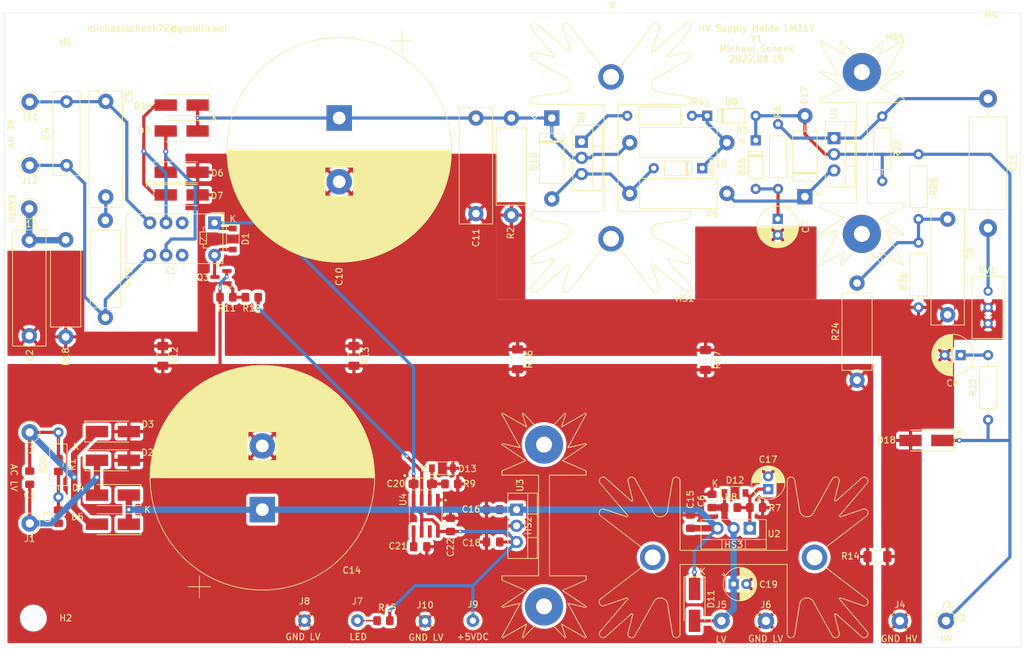
<source format=kicad_pcb>
(kicad_pcb (version 20211014) (generator pcbnew)
  (layers (0 "F.Cu" signal) (31 "B.Cu" signal) (34 "B.Paste" user) (35 "F.Paste" user) (36 "B.SilkS" user "B.Silkscreen") (37 "F.SilkS" user "F.Silkscreen") (38 "B.Mask" user) (39 "F.Mask" user) (44 "Edge.Cuts" user))
  (net 0 "")
  (net 1 "Net-(C1-Pad2)")
  (net 2 "GND_HV")
  (net 3 "Net-(C2-Pad1)")
  (net 4 "Net-(C3-Pad2)")
  (net 5 "Net-(C7-Pad1)")
  (net 6 "Net-(C10-Pad1)")
  (net 7 "GND_LV")
  (net 8 "Net-(C4-Pad1)")
  (net 9 "Net-(C14-Pad1)")
  (net 10 "Net-(C17-Pad1)")
  (net 11 "Net-(C19-Pad1)")
  (net 12 "Net-(C20-Pad2)")
  (net 13 "Net-(D14-Pad2)")
  (net 14 "Net-(Q3-Pad1)")
  (net 15 "Net-(R10-Pad2)")
  (net 16 "Net-(J7-Pad1)")
  (net 17 "Net-(C21-Pad1)")
  (net 19 "Net-(C1-Pad1)")
  (net 20 "Net-(C4-Pad2)")
  (net 21 "Net-(C5-Pad1)")
  (net 22 "+5VDC")
  (net 23 "RELCTRL")
  (net 24 "Net-(D6-Pad1)")
  (net 26 "Net-(C8-Pad1)")
  (net 27 "Net-(C9-Pad2)")
  (net 28 "Net-(D16-Pad1)")
  (net 29 "Net-(D15-Pad1)")
  (net 30 "Net-(D10-Pad2)")
  (net 31 "Net-(D17-Pad1)")
  (net 33 "Net-(Q1-Pad1)")
  (net 34 "Net-(R21-Pad1)")
  (net 35 "Net-(R21-Pad2)")
  (footprint "Capacitor_THT:CP_Radial_D35.0mm_P10.00mm_SnapIn" (layer "F.Cu") (at 102.87 69.342 -90)
    (fp_text reference "C10")
    (fp_text value "680uF/450VDC")
  )
  (footprint "Capacitor_THT:C_Rect_L18.0mm_W5.0mm_P15.00mm_FKS3_FKP3" (layer "F.Cu") (at 124.333 69.342 -90)
    (fp_text reference "C11")
    (fp_text value "100nF/630V")
  )
  (footprint "MountingHole:MountingHole_3.2mm_M3" (layer "F.Cu") (at 54.864 57.404)
    (fp_text reference "H1")
    (fp_text value "MountingHole")
  )
  (footprint "MountingHole:MountingHole_3.2mm_M3" (layer "F.Cu") (at 54.864 147.828)
    (fp_text reference "H2")
    (fp_text value "MountingHole")
  )
  (footprint "MountingHole:MountingHole_3.2mm_M3" (layer "F.Cu") (at 205.232 147.828)
    (fp_text reference "H3")
    (fp_text value "MountingHole")
  )
  (footprint "Connector_Pin:Pin_D1.3mm_L11.0mm" (layer "F.Cu") (at 198.12 148.2725)
    (fp_text reference "J3")
    (fp_text value "HV")
  )
  (footprint "Capacitor_THT:CP_Radial_D5.0mm_P2.00mm" (layer "F.Cu") (at 164.7825 142.494)
    (fp_text reference "C19")
    (fp_text value "1uF/25V")
  )
  (footprint "Capacitor_Tantalum_SMD:CP_EIA-3216-12_Kemet-S_Pad1.58x1.35mm_HandSolder" (layer "F.Cu") (at 115.9867 126.7714)
    (fp_text reference "C20")
    (fp_text value "15uF/10V")
  )
  (footprint "Diode_SMD:D_SOD-123" (layer "F.Cu") (at 119.0752 124.3076)
    (fp_text reference "D13")
    (fp_text value "1N4148W")
  )
  (footprint "Heatsink:Heatsink_Fischer_SK129-STS_42x25mm_2xDrill2.5mm" (layer "F.Cu") (at 164.7825 138.303)
    (fp_text reference "HS3")
    (fp_text value "Heatsink")
  )
  (footprint "Connector_Pin:Pin_D1.3mm_L11.0mm" (layer "F.Cu") (at 162.8775 148.2725)
    (fp_text reference "J5")
    (fp_text value "LV")
  )
  (footprint "Connector_Pin:Pin_D1.3mm_L11.0mm" (layer "F.Cu") (at 169.8498 148.2725)
    (fp_text reference "J6")
    (fp_text value "GND_LV")
  )
  (footprint "Package_TO_SOT_SMD:SOT-23" (layer "F.Cu") (at 84.312 94.2975 180)
    (fp_text reference "Q3")
    (fp_text value "MMBT3904")
  )
  (footprint "Resistor_SMD:R_0805_2012Metric_Pad1.20x1.40mm_HandSolder" (layer "F.Cu") (at 120.4816 126.7714)
    (fp_text reference "R9")
    (fp_text value "1Meg")
  )
  (footprint "Resistor_SMD:R_0805_2012Metric_Pad1.20x1.40mm_HandSolder" (layer "F.Cu") (at 89.154 97.4725)
    (fp_text reference "R10")
    (fp_text value "2.49k")
  )
  (footprint "Resistor_SMD:R_0805_2012Metric_Pad1.20x1.40mm_HandSolder" (layer "F.Cu") (at 85.1695 97.4725 180)
    (fp_text reference "R11")
    (fp_text value "2.49k")
  )
  (footprint "Resistor_SMD:R_1206_3216Metric_Pad1.30x1.75mm_HandSolder" (layer "F.Cu") (at 75.184 106.68 -90)
    (fp_text reference "R12")
    (fp_text value "0R")
  )
  (footprint "Resistor_SMD:R_1206_3216Metric_Pad1.30x1.75mm_HandSolder" (layer "F.Cu") (at 105.1814 106.6794 -90)
    (fp_text reference "R13")
    (fp_text value "0R")
  )
  (footprint "Resistor_SMD:R_1206_3216Metric_Pad1.30x1.75mm_HandSolder" (layer "F.Cu") (at 187.351 138.176 180)
    (fp_text reference "R14")
    (fp_text value "0R")
  )
  (footprint "Package_TO_SOT_THT:TO-220-3_Vertical" (layer "F.Cu") (at 130.7084 130.81 -90)
    (fp_text reference "U3")
    (fp_text value "LM7805_TO220")
  )
  (footprint "Package_SO:SOIC-8_3.9x4.9mm_P1.27mm" (layer "F.Cu") (at 116.459 131.764 -90)
    (fp_text reference "U4")
    (fp_text value "TLC555xD")
  )
  (footprint "Resistor_SMD:R_1206_3216Metric_Pad1.30x1.75mm_HandSolder" (layer "F.Cu") (at 130.8735 107.214 -90)
    (fp_text reference "R16")
    (fp_text value "0R")
  )
  (footprint "Resistor_SMD:R_1206_3216Metric_Pad1.30x1.75mm_HandSolder" (layer "F.Cu") (at 160.3756 107.3156 -90)
    (fp_text reference "R17")
    (fp_text value "0R")
  )
  (footprint "Connector_Pin:Pin_D1.3mm_L11.0mm" (layer "F.Cu") (at 190.881 148.2725)
    (fp_text reference "J4")
    (fp_text value "GND_HV")
  )
  (footprint "Connector_Pin:Pin_D1.0mm_L10.0mm" (layer "F.Cu") (at 105.7402 148.2344)
    (fp_text reference "J7")
    (fp_text value "LED")
  )
  (footprint "Connector_Pin:Pin_D1.0mm_L10.0mm" (layer "F.Cu") (at 97.4344 148.2344)
    (fp_text reference "J8")
    (fp_text value "GND_LV")
  )
  (footprint "Connector_Pin:Pin_D1.0mm_L10.0mm" (layer "F.Cu") (at 123.8504 148.2344)
    (fp_text reference "J9")
    (fp_text value "+5V")
  )
  (footprint "Connector_Pin:Pin_D1.0mm_L10.0mm" (layer "F.Cu") (at 116.3574 148.336)
    (fp_text reference "J10")
    (fp_text value "GND_LV")
  )
  (footprint "Resistor_SMD:R_0805_2012Metric_Pad1.20x1.40mm_HandSolder" (layer "F.Cu") (at 109.8202 148.2344)
    (fp_text reference "R15")
    (fp_text value "330R")
  )
  (footprint "Capacitor_SMD:C_0805_2012Metric_Pad1.18x1.45mm_HandSolder" (layer "F.Cu") (at 127.0293 130.81 180)
    (fp_text reference "C16")
    (fp_text value "330nF/50V")
  )
  (footprint "Capacitor_SMD:C_0805_2012Metric_Pad1.18x1.45mm_HandSolder" (layer "F.Cu") (at 127.0293 135.89 180)
    (fp_text reference "C18")
    (fp_text value "100nF/50V")
  )
  (footprint "Capacitor_SMD:C_0805_2012Metric_Pad1.18x1.45mm_HandSolder" (layer "F.Cu") (at 115.5915 136.6266)
    (fp_text reference "C21")
    (fp_text value "100nF/50V")
  )
  (footprint "Capacitor_SMD:C_0805_2012Metric_Pad1.18x1.45mm_HandSolder" (layer "F.Cu") (at 120.3452 133.2015 90)
    (fp_text reference "C22")
    (fp_text value "100nF/50V")
  )
  (footprint "MountingHole:MountingHole_3.2mm_M3" (layer "F.Cu") (at 205.232 57.404)
    (fp_text reference "H4")
    (fp_text value "MountingHole")
  )
  (footprint "Capacitor_THT:CP_Radial_D5.0mm_P2.00mm" (layer "F.Cu") (at 170.2054 127.5842 90)
    (fp_text reference "C17")
    (fp_text value "10uF/25V")
  )
  (footprint "Diode_SMD:D_SOD-123" (layer "F.Cu") (at 164.9974 128.1938)
    (fp_text reference "D12")
    (fp_text value "1N4148W")
  )
  (footprint "Diode_SMD:D_SMA_Handsoldering" (layer "F.Cu") (at 158.6484 145.7598 -90)
    (fp_text reference "D11")
    (fp_text value "1N4007")
  )
  (footprint "Package_TO_SOT_THT:TO-220-3_Vertical" (layer "F.Cu") (at 167.3225 133.731 180)
    (fp_text reference "U2")
    (fp_text value "LM317_TO-220")
  )
  (footprint "Resistor_SMD:R_0805_2012Metric_Pad1.20x1.40mm_HandSolder" (layer "F.Cu") (at 164.354 130.4798)
    (fp_text reference "R8")
    (fp_text value "240R")
  )
  (footprint "Resistor_SMD:R_0805_2012Metric_Pad1.20x1.40mm_HandSolder" (layer "F.Cu") (at 168.3352 130.4798)
    (fp_text reference "R7")
    (fp_text value "976R")
  )
  (footprint "Capacitor_SMD:C_0805_2012Metric_Pad1.18x1.45mm_HandSolder" (layer "F.Cu") (at 158.0134 132.6935 90)
    (fp_text reference "C15")
    (fp_text value "100nF/50V")
  )
  (footprint "Package_TO_SOT_THT:TO-220-3_Vertical" (layer "F.Cu") (at 140.9192 73.0504 -90)
    (fp_text reference "Q1")
    (fp_text value "FQPF2N70")
  )
  (footprint "Capacitor_THT:CP_Radial_D35.0mm_P10.00mm_SnapIn" (layer "F.Cu") (at 90.805 130.81 90)
    (fp_text reference "C14")
    (fp_text value "22000uF/25VDC")
  )
  (footprint "Capacitor_SMD:C_0805_2012Metric_Pad1.18x1.45mm_HandSolder" (layer "F.Cu") (at 54.2925 125.7935 90)
    (fp_text reference "C1")
    (fp_text value "Cx/10nF/50V")
  )
  (footprint "Capacitor_THT:C_Rect_L18.0mm_W5.0mm_P15.00mm_FKS3_FKP3" (layer "F.Cu") (at 54.229 88.519 -90)
    (fp_text reference "C2")
    (fp_text value "2.2nF 2kV")
  )
  (footprint "Capacitor_SMD:C_0805_2012Metric_Pad1.18x1.45mm_HandSolder" (layer "F.Cu") (at 58.801 131.911 90)
    (fp_text reference "C3")
    (fp_text value "Cs/50V")
  )
  (footprint "Capacitor_THT:C_Rect_L13.0mm_W4.0mm_P10.00mm_FKS3_FKP3_MKS4" (layer "F.Cu") (at 60.071 76.7715 90)
    (fp_text reference "C4")
    (fp_text value "Cx/10nF/630V")
  )
  (footprint "Capacitor_THT:C_Rect_L18.0mm_W5.0mm_P15.00mm_FKS3_FKP3" (layer "F.Cu") (at 66.2305 81.7245 90)
    (fp_text reference "C5")
    (fp_text value "Cs/630V")
  )
  (footprint "Capacitor_SMD:C_0805_2012Metric_Pad1.18x1.45mm_HandSolder" (layer "F.Cu") (at 161.3916 129.4423 90)
    (fp_text reference "C6")
    (fp_text value "100nF/50V")
  )
  (footprint "Diode_SMD:D_SOD-123" (layer "F.Cu") (at 86.1695 88.3275 -90)
    (fp_text reference "D1")
    (fp_text value "1N4148W")
  )
  (footprint "Diode_SMD:D_SMA_Handsoldering" (layer "F.Cu") (at 67.35 123.063)
    (fp_text reference "D2")
    (fp_text value "BYG22B-E3")
  )
  (footprint "Diode_SMD:D_SMA_Handsoldering" (layer "F.Cu") (at 67.35 118.5545)
    (fp_text reference "D3")
    (fp_text value "BYG22B-E3")
  )
  (footprint "Diode_SMD:D_SMA_Handsoldering" (layer "F.Cu") (at 67.35 128.524 180)
    (fp_text reference "D4")
    (fp_text value "BYG22B-E3")
  )
  (footprint "Diode_SMD:D_SMA_Handsoldering" (layer "F.Cu") (at 67.35 133.096 180)
    (fp_text reference "D5")
    (fp_text value "BYG22B-E3")
  )
  (footprint "Diode_SMD:D_SMA_Handsoldering" (layer "F.Cu") (at 78.145 77.851)
    (fp_text reference "D6")
    (fp_text value "BYG20J")
  )
  (footprint "Diode_SMD:D_SMA_Handsoldering" (layer "F.Cu") (at 78.145 81.407)
    (fp_text reference "D7")
    (fp_text value "BYG20J")
  )
  (footprint "Diode_SMD:D_SMA_Handsoldering" (layer "F.Cu") (at 78.145 71.374 180)
    (fp_text reference "D8")
    (fp_text value "BYG20J")
  )
  (footprint "Diode_SMD:D_SMA_Handsoldering" (layer "F.Cu") (at 78.145 67.31 180)
    (fp_text reference "D14")
    (fp_text value "BYG20J")
  )
  (footprint "Heatsink:Heatsink_Fischer_SK129-STS_42x25mm_2xDrill2.5mm" (layer "F.Cu") (at 145.542 75.5904 -90)
    (fp_text reference "HS1")
    (fp_text value "Heatsink")
  )
  (footprint "Connector_Pin:Pin_D1.3mm_L11.0mm" (layer "F.Cu") (at 54.2925 132.969)
    (fp_text reference "J1")
    (fp_text value "AC-LV")
  )
  (footprint "Connector_Pin:Pin_D1.3mm_L11.0mm" (layer "F.Cu") (at 54.2925 118.6815)
    (fp_text reference "J2")
    (fp_text value "AC-LV")
  )
  (footprint "Connector_Pin:Pin_D1.3mm_L11.0mm" (layer "F.Cu") (at 54.2925 66.802)
    (fp_text reference "J11")
    (fp_text value "AC-HV")
  )
  (footprint "Connector_Pin:Pin_D1.3mm_L11.0mm" (layer "F.Cu") (at 54.2925 76.7715)
    (fp_text reference "J12")
    (fp_text value "AC-HV")
  )
  (footprint "Connector_Pin:Pin_D1.3mm_L11.0mm" (layer "F.Cu") (at 54.229 83.566)
    (fp_text reference "J13")
    (fp_text value "EARTH")
  )
  (footprint "Relay_THT:Relay_DPDT_Omron_G6S-2" (layer "F.Cu") (at 83.312 85.7885 -90)
    (fp_text reference "K1")
    (fp_text value "G6S-2 DC5")
  )
  (footprint "Resistor_SMD:R_0805_2012Metric_Pad1.20x1.40mm_HandSolder" (layer "F.Cu") (at 58.801 123.809 90)
    (fp_text reference "R1")
    (fp_text value "Rs/1/8W")
  )
  (footprint "Resistor_THT:R_Axial_DIN0414_L11.9mm_D4.5mm_P15.24mm_Horizontal" (layer "F.Cu") (at 59.944 88.4555 -90)
    (fp_text reference "R18")
    (fp_text value "100R/2W")
  )
  (footprint "Resistor_THT:R_Axial_DIN0414_L11.9mm_D4.5mm_P15.24mm_Horizontal" (layer "F.Cu") (at 66.167 85.4075 -90)
    (fp_text reference "R19")
    (fp_text value "Rs/2W")
  )
  (footprint "Resistor_THT:R_Axial_DIN0207_L6.3mm_D2.5mm_P10.16mm_Horizontal" (layer "F.Cu") (at 58.801 128.8415 90)
    (fp_text reference "R20")
    (fp_text value "Rs/0.6W")
  )
  (footprint "Resistor_THT:R_Axial_DIN0614_L14.3mm_D5.7mm_P20.32mm_Horizontal" (layer "F.Cu") (at 204.724 66.294 -90)
    (fp_text reference "R21")
    (fp_text value "18k/3W")
  )
  (footprint "Resistor_THT:R_Axial_DIN0207_L6.3mm_D2.5mm_P10.16mm_Horizontal" (layer "F.Cu") (at 188.1124 69.088 -90)
    (fp_text reference "R22")
    (fp_text value "121R/0.6W")
  )
  (footprint "Package_TO_SOT_THT:TO-220-3_Vertical" (layer "F.Cu") (at 180.5432 72.4916 -90)
    (fp_text reference "U1")
    (fp_text value "LM317_TO-220")
  )
  (footprint "Heatsink:Heatsink_Fischer_SK104-STC-STIC_35x13mm_2xDrill2.5mm" (layer "F.Cu") (at 135.0264 133.2992 90)
    (fp_text reference "HS2")
    (fp_text value "Heatsink")
  )
  (footprint "Diode_SMD:D_SMA_Handsoldering" (layer "F.Cu") (at 195.0485 119.9515 180)
    (fp_text reference "D18")
    (fp_text value "1N4007")
  )
  (footprint "Resistor_THT:R_Axial_DIN0414_L11.9mm_D4.5mm_P15.24mm_Horizontal" (layer "F.Cu") (at 129.8956 69.342 -90)
    (fp_text reference "R2")
    (fp_text value "200k/2W")
  )
  (footprint "Capacitor_THT:C_Rect_L18.0mm_W5.0mm_P15.00mm_FKS3_FKP3" (layer "F.Cu") (at 198.374 100.217 90)
    (fp_text reference "C9")
    (fp_text value "100nF/630V")
  )
  (footprint "Diode_THT:D_DO-35_SOD27_P7.62mm_Horizontal" (layer "F.Cu") (at 168.2496 72.8472 -90)
    (fp_text reference "D16")
    (fp_text value "1N4148")
  )
  (footprint "Resistor_THT:R_Axial_DIN0414_L11.9mm_D4.5mm_P15.24mm_Horizontal" (layer "F.Cu") (at 148.4884 73.2028)
    (fp_text reference "R3")
    (fp_text value "100k/2W")
  )
  (footprint "Resistor_THT:R_Axial_DIN0414_L11.9mm_D4.5mm_P15.24mm_Horizontal" (layer "F.Cu") (at 148.4884 81.1784)
    (fp_text reference "R5")
    (fp_text value "100R/2W")
  )
  (footprint "Potentiometer_THT:Potentiometer_Bourns_3296W_Vertical" (layer "F.Cu") (at 204.724 96.52 90)
    (fp_text reference "RV1")
    (fp_text value "2k")
  )
  (footprint "Resistor_THT:R_Axial_DIN0207_L6.3mm_D2.5mm_P10.16mm_Horizontal" (layer "F.Cu") (at 148.082 68.9864)
    (fp_text reference "R4")
    (fp_text value "1k/0.6W")
  )
  (footprint "Capacitor_THT:CP_Radial_D6.3mm_P2.50mm" (layer "F.Cu") (at 200.406 106.553 180)
    (fp_text reference "C8")
    (fp_text value "1uF/400V")
  )
  (footprint "Diode_THT:D_DO-35_SOD27_P7.62mm_Horizontal" (layer "F.Cu") (at 159.8676 77.216 180)
    (fp_text reference "D15")
    (fp_text value "1N5245B/0.5W")
  )
  (footprint "Diode_THT:D_DO-15_P12.70mm_Horizontal" (layer "F.Cu") (at 175.9712 81.6864 90)
    (fp_text reference "D17")
    (fp_text value "P6KE39A")
  )
  (footprint "Diode_THT:D_DO-35_SOD27_P7.62mm_Horizontal" (layer "F.Cu") (at 160.6296 68.9864)
    (fp_text reference "D9")
    (fp_text value "1N5245B/0.5W")
  )
  (footprint "Resistor_THT:R_Axial_DIN0207_L6.3mm_D2.5mm_P10.16mm_Horizontal" (layer "F.Cu") (at 204.724 116.713 90)
    (fp_text reference "R23")
    (fp_text value "2.7R/1W")
  )
  (footprint "Resistor_THT:R_Axial_DIN0207_L6.3mm_D2.5mm_P10.16mm_Horizontal" (layer "F.Cu") (at 193.802 88.9 -90)
    (fp_text reference "R26")
    (fp_text value "100k/0.6W")
  )
  (footprint "Diode_THT:D_DO-15_P12.70mm_Horizontal" (layer "F.Cu") (at 136.2456 69.342 -90)
    (fp_text reference "D10")
    (fp_text value "P6KE530A")
  )
  (footprint "Resistor_THT:R_Axial_DIN0207_L6.3mm_D2.5mm_P10.16mm_Horizontal" (layer "F.Cu") (at 171.7548 80.4672 90)
    (fp_text reference "R6")
    (fp_text value "121R/0.6W")
  )
  (footprint "Capacitor_THT:CP_Radial_D6.3mm_P2.50mm" (layer "F.Cu") (at 171.704 85.177621 -90)
    (fp_text reference "C7")
    (fp_text value "1uF/400V")
  )
  (footprint "Resistor_THT:R_Axial_DIN0414_L11.9mm_D4.5mm_P15.24mm_Horizontal" (layer "F.Cu") (at 184.15 110.49 90)
    (fp_text reference "R24")
    (fp_text value "100R/2W")
  )
  (footprint "Heatsink:Heatsink_Fischer_SK104-STC-STIC_35x13mm_2xDrill2.5mm" (layer "F.Cu") (at 184.912 74.8284 -90)
    (fp_text reference "HS4")
    (fp_text value "Heatsink")
  )
  (footprint "Resistor_THT:R_Axial_DIN0207_L6.3mm_D2.5mm_P10.16mm_Horizontal" (layer "F.Cu") (at 193.802 75.0316 -90)
    (fp_text reference "R25")
    (fp_text value "300k/0.6W")
  )
  (gr_line (start 50.292 52.832) (end 50.292 152.4) (layer "Edge.Cuts") (width 0.05))
  (gr_line (start 209.804 52.832) (end 50.292 52.832) (layer "Edge.Cuts") (width 0.05))
  (gr_line (start 50.292 152.4) (end 209.804 152.4) (layer "Edge.Cuts") (width 0.05))
  (gr_line (start 209.804 152.4) (end 209.804 52.832) (layer "Edge.Cuts") (width 0.05))
  (gr_text "HV" (at 198.12 151.0665) (layer "F.SilkS") (effects (font (size 1 1))))
  (gr_text "LV" (at 162.814 151.1935) (layer "F.SilkS") (effects (font (size 1 1))))
  (gr_text "GND LV" (at 116.4844 150.876) (layer "F.SilkS") (effects (font (size 1 1))))
  (gr_text "GND LV" (at 97.1804 150.7744) (layer "F.SilkS") (effects (font (size 1 1))))
  (gr_text "+5VDC" (at 123.8504 150.7744) (layer "F.SilkS") (effects (font (size 1 1))))
  (gr_text "LED" (at 105.8672 150.7744) (layer "F.SilkS") (effects (font (size 1 1))))
  (gr_text "AC LV" (at 51.816 125.7935 270) (layer "F.SilkS") (effects (font (size 1 1))))
  (gr_text "AC HV" (at 51.308 71.8185 270) (layer "F.SilkS") (effects (font (size 1 1))))
  (gr_text "EARTH" (at 51.435 83.566 -90) (layer "F.SilkS") (effects (font (size 1 1))))
  (gr_text "GND HV" (at 190.754 151.0665) (layer "F.SilkS") (effects (font (size 1 1))))
  (gr_text "K" (at 72.898 79.629) (layer "F.SilkS") (effects (font (size 1 1))))
  (gr_text "K" (at 61.595 120.904) (layer "F.SilkS") (effects (font (size 1 1))))
  (gr_text "K" (at 72.771 130.81) (layer "F.SilkS") (effects (font (size 1 1))))
  (gr_text "K" (at 116.1415 124.333) (layer "F.SilkS") (effects (font (size 1 1))))
  (gr_text "K" (at 159.893 140.5255) (layer "F.SilkS") (effects (font (size 1 1))))
  (gr_text "K" (at 161.8615 126.6825) (layer "F.SilkS") (effects (font (size 1 1))))
  (gr_text "K" (at 200.279 118.6815) (layer "F.SilkS") (effects (font (size 1 1))))
  (gr_text "GND LV" (at 169.799 151.0665) (layer "F.SilkS") (effects (font (size 1 1))))
  (gr_text "K" (at 145.796 51.6636) (layer "F.SilkS") (effects (font (size 1 1))))
  (gr_text "K" (at 86.1695 85.1535) (layer "F.SilkS") (effects (font (size 1 1))))
  (gr_text "°" (at 113.157 125.857) (layer "F.SilkS") (effects (font (size 1 1))))
  (gr_text "K" (at 83.3755 69.342) (layer "F.SilkS") (effects (font (size 1 1))))
  (gr_text "°" (at 119.5705 129.7305) (layer "F.SilkS") (effects (font (size 1 1))))
  (gr_text "HV Supply Maida LM317\nV1\nMichael Schenk\n2022.08.19\n" (at 168.402 57.658) (layer "F.SilkS") (effects (font (size 1 1))))
  (gr_text "michaelschenk72@gmail.com" (at 74.295 55.245) (layer "F.SilkS") (effects (font (size 1 1))))
  (segment (start 61.2775 125.73) (end 61.2775 122.127) (width 1) (layer "F.Cu") (net 1))
  (segment (start 58.801 118.6815) (end 54.2925 118.6815) (width 0.5) (layer "F.Cu") (net 1))
  (segment (start 61.2775 130.4925) (end 61.2775 125.73) (width 1) (layer "F.Cu") (net 1))
  (segment (start 64.85 133.096) (end 63.881 133.096) (width 1) (layer "F.Cu") (net 1))
  (segment (start 63.881 133.096) (end 61.2775 130.4925) (width 1) (layer "F.Cu") (net 1))
  (segment (start 61.2775 122.127) (end 64.85 118.5545) (width 1) (layer "F.Cu") (net 1))
  (segment (start 54.2925 124.756) (end 54.2925 118.6815) (width 0.5) (layer "F.Cu") (net 1))
  (segment (start 58.801 122.809) (end 58.801 118.6815) (width 0.5) (layer "F.Cu") (net 1))
  (via (at 61.2775 125.73) (size 1) (drill 0.5) (layers "F.Cu" "B.Cu") (net 1))
  (segment (start 54.2925 118.6815) (end 54.2925 118.745) (width 1) (layer "B.Cu") (net 1))
  (segment (start 54.2925 118.745) (end 61.2775 125.73) (width 1) (layer "B.Cu") (net 1))
  (segment (start 59.8805 88.519) (end 59.944 88.4555) (width 1) (layer "B.Cu") (net 3))
  (segment (start 54.229 88.519) (end 59.8805 88.519) (width 1) (layer "B.Cu") (net 3))
  (segment (start 54.229 83.566) (end 54.229 88.519) (width 1) (layer "B.Cu") (net 3))
  (segment (start 58.801 128.8415) (end 58.801 124.809) (width 0.5) (layer "F.Cu") (net 4))
  (segment (start 58.801 130.8735) (end 58.801 128.8415) (width 0.5) (layer "F.Cu") (net 4))
  (segment (start 171.7548 85.126821) (end 171.704 85.177621) (width 0.5) (layer "F.Cu") (net 5))
  (segment (start 171.7548 80.4672) (end 171.7548 85.126821) (width 0.5) (layer "F.Cu") (net 5))
  (segment (start 168.2496 80.4672) (end 171.7548 80.4672) (width 0.5) (layer "B.Cu") (net 5))
  (segment (start 80.645 67.31) (end 80.645 71.374) (width 0.5) (layer "F.Cu") (net 6))
  (via (at 80.645 69.342) (size 0.6) (drill 0.3) (layers "F.Cu" "B.Cu") (net 6))
  (segment (start 142.875618 75.038982) (end 146.652218 75.038982) (width 0.5) (layer "B.Cu") (net 6))
  (segment (start 102.87 69.342) (end 80.645 69.342) (width 0.5) (layer "B.Cu") (net 6))
  (segment (start 142.3242 75.5904) (end 142.875618 75.038982) (width 0.5) (layer "B.Cu") (net 6))
  (segment (start 136.2456 72.3218) (end 136.2456 69.342) (width 0.5) (layer "B.Cu") (net 6))
  (segment (start 102.87 69.342) (end 124.333 69.342) (width 0.5) (layer "B.Cu") (net 6))
  (segment (start 140.9192 75.5904) (end 142.3242 75.5904) (width 0.5) (layer "B.Cu") (net 6))
  (segment (start 146.652218 75.038982) (end 148.4884 73.2028) (width 0.5) (layer "B.Cu") (net 6))
  (segment (start 139.5142 75.5904) (end 136.2456 72.3218) (width 0.5) (layer "B.Cu") (net 6))
  (segment (start 124.333 69.342) (end 129.8956 69.342) (width 0.5) (layer "B.Cu") (net 6))
  (segment (start 140.9192 75.5904) (end 139.5142 75.5904) (width 0.5) (layer "B.Cu") (net 6))
  (segment (start 129.8956 69.342) (end 136.2456 69.342) (width 0.5) (layer "B.Cu") (net 6))
  (segment (start 84.1695 96.1705) (end 84.201 96.139) (width 0.5) (layer "F.Cu") (net 7))
  (segment (start 84.1695 97.4725) (end 84.1695 110.395) (width 0.5) (layer "F.Cu") (net 7))
  (segment (start 85.217 94.234) (end 85.217 93.38) (width 0.5) (layer "F.Cu") (net 7))
  (segment (start 84.1695 110.522) (end 84.1695 110.395) (width 0.25) (layer "F.Cu") (net 7))
  (segment (start 84.1695 97.4725) (end 84.1695 96.1705) (width 0.5) (layer "F.Cu") (net 7))
  (segment (start 85.217 93.38) (end 85.2495 93.3475) (width 0.5) (layer "F.Cu") (net 7))
  (segment (start 84.411999 97.230001) (end 84.1695 97.4725) (width 0.5) (layer "F.Cu") (net 7))
  (via (at 84.201 96.139) (size 0.6) (drill 0.3) (layers "F.Cu" "B.Cu") (net 7))
  (via (at 85.217 94.234) (size 0.6) (drill 0.3) (layers "F.Cu" "B.Cu") (net 7))
  (segment (start 84.201 96.139) (end 84.201 95.25) (width 0.5) (layer "B.Cu") (net 7))
  (segment (start 84.201 95.25) (end 85.217 94.234) (width 0.5) (layer "B.Cu") (net 7))
  (segment (start 62.9285 79.629) (end 62.9285 97.409) (width 0.5) (layer "B.Cu") (net 8))
  (segment (start 62.9285 97.409) (end 66.167 100.6475) (width 0.5) (layer "B.Cu") (net 8))
  (segment (start 66.167 97.8535) (end 73.152 90.8685) (width 0.5) (layer "B.Cu") (net 8))
  (segment (start 54.2925 76.7715) (end 60.071 76.7715) (width 0.5) (layer "B.Cu") (net 8))
  (segment (start 60.071 76.7715) (end 62.9285 79.629) (width 0.5) (layer "B.Cu") (net 8))
  (segment (start 66.167 100.6475) (end 66.167 97.8535) (width 0.5) (layer "B.Cu") (net 8))
  (segment (start 158.6484 143.2598) (end 158.6484 140.6398) (width 0.5) (layer "F.Cu") (net 9))
  (segment (start 69.85 133.096) (end 69.85 130.81) (width 1) (layer "F.Cu") (net 9))
  (segment (start 162.2425 133.731) (end 158.0134 133.731) (width 1) (layer "F.Cu") (net 9))
  (segment (start 158.6484 140.6398) (end 158.623 140.6144) (width 0.5) (layer "F.Cu") (net 9))
  (segment (start 130.7084 130.81) (end 128.0668 130.81) (width 0.5) (layer "F.Cu") (net 9))
  (segment (start 69.85 130.81) (end 69.85 128.524) (width 1) (layer "F.Cu") (net 9))
  (via (at 69.85 130.81) (size 1) (drill 0.5) (layers "F.Cu" "B.Cu") (net 9))
  (via (at 158.623 140.6144) (size 0.8) (drill 0.4) (layers "F.Cu" "B.Cu") (net 9))
  (segment (start 130.7084 130.81) (end 90.805 130.81) (width 1) (layer "B.Cu") (net 9))
  (segment (start 130.7084 130.81) (end 159.3215 130.81) (width 1) (layer "B.Cu") (net 9))
  (segment (start 158.623 140.6144) (end 158.623 137.3505) (width 0.5) (layer "B.Cu") (net 9))
  (segment (start 158.623 137.3505) (end 162.2425 133.731) (width 0.5) (layer "B.Cu") (net 9))
  (segment (start 90.805 130.81) (end 69.85 130.81) (width 1) (layer "B.Cu") (net 9))
  (segment (start 159.3215 130.81) (end 162.2425 133.731) (width 1) (layer "B.Cu") (net 9))
  (segment (start 167.3352 130.4798) (end 165.354 130.4798) (width 0.5) (layer "F.Cu") (net 10))
  (segment (start 167.3352 130.4798) (end 167.3352 128.8816) (width 0.5) (layer "F.Cu") (net 10))
  (segment (start 170.2054 127.5842) (end 168.6326 127.5842) (width 0.5) (layer "F.Cu") (net 10))
  (segment (start 167.3225 130.4925) (end 167.3352 130.4798) (width 0.5) (layer "F.Cu") (net 10))
  (segment (start 167.3352 128.8816) (end 166.6474 128.1938) (width 0.5) (layer "F.Cu") (net 10))
  (segment (start 168.6326 127.5842) (end 167.3352 128.8816) (width 0.5) (layer "F.Cu") (net 10))
  (segment (start 167.3225 133.731) (end 167.3225 130.4925) (width 0.5) (layer "F.Cu") (net 10))
  (segment (start 163.354 128.2004) (end 163.3474 128.1938) (width 0.25) (layer "F.Cu") (net 11))
  (segment (start 162.8775 148.2725) (end 158.6611 148.2725) (width 0.5) (layer "F.Cu") (net 11))
  (segment (start 163.354 130.4798) (end 163.354 132.3025) (width 1) (layer "F.Cu") (net 11))
  (segment (start 163.354 130.4798) (end 163.354 128.2004) (width 0.5) (layer "F.Cu") (net 11))
  (segment (start 163.354 130.4798) (end 161.3916 130.4798) (width 1) (layer "F.Cu") (net 11))
  (segment (start 158.6611 148.2725) (end 158.6484 148.2598) (width 0.5) (layer "F.Cu") (net 11))
  (segment (start 163.354 132.3025) (end 164.7825 133.731) (width 1) (layer "F.Cu") (net 11))
  (segment (start 164.7825 146.3675) (end 162.8775 148.2725) (width 1) (layer "B.Cu") (net 11))
  (segment (start 164.7825 142.494) (end 164.7825 146.3675) (width 1) (layer "B.Cu") (net 11))
  (segment (start 164.7825 133.731) (end 164.7825 142.494) (width 1) (layer "B.Cu") (net 11))
  (segment (start 117.094 127.1016) (end 117.4242 126.7714) (width 0.5) (layer "F.Cu") (net 12))
  (segment (start 117.094 129.289) (end 117.094 127.1016) (width 0.5) (layer "F.Cu") (net 12))
  (segment (start 117.4242 124.3086) (end 117.4252 124.3076) (width 0.5) (layer "F.Cu") (net 12))
  (segment (start 119.4816 126.7714) (end 117.4242 126.7714) (width 0.5) (layer "F.Cu") (net 12))
  (segment (start 117.4242 126.7714) (end 117.4242 124.3086) (width 0.5) (layer "F.Cu") (net 12))
  (segment (start 74.041 67.31) (end 75.645 67.31) (width 0.5) (layer "F.Cu") (net 13))
  (segment (start 73.914 81.407) (end 72.1995 79.6925) (width 0.5) (layer "F.Cu") (net 13))
  (segment (start 72.1995 74.549) (end 72.1995 69.1515) (width 0.5) (layer "F.Cu") (net 13))
  (segment (start 75.645 81.407) (end 73.914 81.407) (width 0.5) (layer "F.Cu") (net 13))
  (segment (start 72.1995 79.6925) (end 72.1995 74.549) (width 0.5) (layer "F.Cu") (net 13))
  (segment (start 72.1995 69.1515) (end 74.041 67.31) (width 0.5) (layer "F.Cu") (net 13))
  (via (at 72.1995 74.549) (size 0.8) (drill 0.4) (layers "F.Cu" "B.Cu") (net 13))
  (segment (start 75.692 78.0415) (end 72.1995 74.549) (width 0.5) (layer "B.Cu") (net 13))
  (segment (start 75.692 85.7885) (end 75.692 78.0415) (width 0.5) (layer "B.Cu") (net 13))
  (segment (start 86.1695 96.1675) (end 85.2495 95.2475) (width 0.5) (layer "F.Cu") (net 14))
  (segment (start 88.154 97.4725) (end 86.1695 97.4725) (width 0.5) (layer "F.Cu") (net 14))
  (segment (start 86.1695 97.4725) (end 86.1695 96.1675) (width 0.5) (layer "F.Cu") (net 14))
  (segment (start 113.4745 122.428) (end 115.824 124.7775) (width 0.5) (layer "F.Cu") (net 15))
  (segment (start 90.154 97.4725) (end 90.154 99.1075) (width 0.5) (layer "F.Cu") (net 15))
  (segment (start 115.824 124.7775) (end 115.824 129.289) (width 0.5) (layer "F.Cu") (net 15))
  (segment (start 90.154 99.1075) (end 90.17 99.1235) (width 0.5) (layer "F.Cu") (net 15))
  (via (at 90.17 99.1235) (size 0.6) (drill 0.3) (layers "F.Cu" "B.Cu") (net 15))
  (via (at 113.4745 122.428) (size 0.6) (drill 0.3) (layers "F.Cu" "B.Cu") (net 15))
  (segment (start 90.17 99.1235) (end 113.4745 122.428) (width 0.5) (layer "B.Cu") (net 15))
  (segment (start 108.8202 148.2344) (end 105.7402 148.2344) (width 0.25) (layer "F.Cu") (net 16))
  (segment (start 114.554 136.6266) (end 114.554 134.239) (width 0.5) (layer "F.Cu") (net 17))
  (segment (start 64.85 123.063) (end 64.85 125.7465) (width 1) (layer "F.Cu") (net 19))
  (segment (start 54.2925 126.831) (end 54.2925 132.969) (width 0.5) (layer "F.Cu") (net 19))
  (segment (start 64.85 125.7465) (end 64.85 128.524) (width 1) (layer "F.Cu") (net 19))
  (segment (start 54.2925 132.969) (end 58.7805 132.969) (width 0.5) (layer "F.Cu") (net 19))
  (segment (start 58.7805 132.969) (end 58.801 132.9485) (width 0.5) (layer "F.Cu") (net 19))
  (via (at 64.85 125.7465) (size 1) (drill 0.5) (layers "F.Cu" "B.Cu") (net 19))
  (segment (start 54.2925 132.969) (end 57.6275 132.969) (width 1) (layer "B.Cu") (net 19))
  (segment (start 57.6275 132.969) (end 64.85 125.7465) (width 1) (layer "B.Cu") (net 19))
  (segment (start 54.2925 66.802) (end 60.0405 66.802) (width 0.5) (layer "B.Cu") (net 20))
  (segment (start 69.5325 70.0265) (end 66.2305 66.7245) (width 0.5) (layer "B.Cu") (net 20))
  (segment (start 60.0405 66.802) (end 60.071 66.7715) (width 0.5) (layer "B.Cu") (net 20))
  (segment (start 73.152 85.7885) (end 69.5325 82.169) (width 0.5) (layer "B.Cu") (net 20))
  (segment (start 60.071 66.7715) (end 66.1835 66.7715) (width 0.5) (layer "B.Cu") (net 20))
  (segment (start 69.5325 82.169) (end 69.5325 70.0265) (width 0.5) (layer "B.Cu") (net 20))
  (segment (start 66.1835 66.7715) (end 66.2305 66.7245) (width 0.5) (layer "B.Cu") (net 20))
  (segment (start 66.2305 85.344) (end 66.167 85.4075) (width 0.5) (layer "B.Cu") (net 21))
  (segment (start 66.2305 81.7245) (end 66.2305 85.344) (width 0.5) (layer "B.Cu") (net 21))
  (segment (start 110.8075 148.2217) (end 110.8202 148.2344) (width 0.5) (layer "F.Cu") (net 22))
  (segment (start 118.364 134.239) (end 118.364 133.264) (width 0.5) (layer "F.Cu") (net 22))
  (segment (start 114.554 130.264) (end 115.824 131.534) (width 0.5) (layer "F.Cu") (net 22))
  (segment (start 110.8075 146.685) (end 110.8075 148.2217) (width 0.5) (layer "F.Cu") (net 22))
  (segment (start 114.5492 126.7714) (end 114.5492 125.1633) (width 0.5) (layer "F.Cu") (net 22))
  (segment (start 114.554 126.7762) (end 114.5492 126.7714) (width 0.5) (layer "F.Cu") (net 22))
  (segment (start 115.824 131.534) (end 115.824 132.3975) (width 0.5) (layer "F.Cu") (net 22))
  (segment (start 115.824 132.3975) (end 115.824 134.239) (width 0.5) (layer "F.Cu") (net 22))
  (segment (start 114.554 129.289) (end 114.554 126.7762) (width 0.5) (layer "F.Cu") (net 22))
  (segment (start 114.5492 125.1633) (end 114.554 125.1585) (width 0.5) (layer "F.Cu") (net 22))
  (segment (start 118.364 133.264) (end 117.4975 132.3975) (width 0.5) (layer "F.Cu") (net 22))
  (segment (start 130.7084 135.89) (end 128.0668 135.89) (width 0.5) (layer "F.Cu") (net 22))
  (segment (start 120.3452 134.239) (end 118.364 134.239) (width 0.5) (layer "F.Cu") (net 22))
  (segment (start 114.554 129.289) (end 114.554 130.264) (width 0.5) (layer "F.Cu") (net 22))
  (segment (start 84.201 86.6775) (end 83.312 85.7885) (width 0.5) (layer "F.Cu") (net 22))
  (segment (start 117.4975 132.3975) (end 115.824 132.3975) (width 0.5) (layer "F.Cu") (net 22))
  (segment (start 86.1695 86.6775) (end 84.201 86.6775) (width 0.5) (layer "F.Cu") (net 22))
  (segment (start 120.3452 134.239) (end 121.8565 134.239) (width 0.5) (layer "F.Cu") (net 22))
  (via (at 114.554 125.1585) (size 0.6) (drill 0.3) (layers "F.Cu" "B.Cu") (net 22))
  (via (at 110.8075 146.685) (size 0.6) (drill 0.3) (layers "F.Cu" "B.Cu") (net 22))
  (via (at 121.8565 134.239) (size 0.6) (drill 0.3) (layers "F.Cu" "B.Cu") (net 22))
  (segment (start 114.554 108.5215) (end 114.554 125.1585) (width 0.5) (layer "B.Cu") (net 22))
  (segment (start 123.8504 148.2344) (end 123.8504 142.748) (width 0.5) (layer "B.Cu") (net 22))
  (segment (start 129.0574 134.239) (end 130.7084 135.89) (width 0.5) (layer "B.Cu") (net 22))
  (segment (start 114.7445 142.748) (end 110.8075 146.685) (width 0.5) (layer "B.Cu") (net 22))
  (segment (start 91.821 85.7885) (end 114.554 108.5215) (width 0.5) (layer "B.Cu") (net 22))
  (segment (start 121.8565 134.239) (end 129.0574 134.239) (width 0.5) (layer "B.Cu") (net 22))
  (segment (start 83.312 85.7885) (end 91.821 85.7885) (width 0.5) (layer "B.Cu") (net 22))
  (segment (start 123.8504 142.748) (end 114.7445 142.748) (width 0.5) (layer "B.Cu") (net 22))
  (segment (start 123.8504 142.748) (end 130.7084 135.89) (width 0.5) (layer "B.Cu") (net 22))
  (segment (start 84.203 89.9775) (end 83.312 90.8685) (width 0.5) (layer "F.Cu") (net 23))
  (segment (start 83.312 94.2975) (end 83.312 90.8685) (width 0.5) (layer "F.Cu") (net 23))
  (segment (start 86.1695 89.9775) (end 84.203 89.9775) (width 0.5) (layer "F.Cu") (net 23))
  (segment (start 75.645 74.596) (end 75.645 71.374) (width 0.5) (layer "F.Cu") (net 24))
  (segment (start 75.645 77.851) (end 75.645 74.596) (width 0.5) (layer "F.Cu") (net 24))
  (via (at 75.645 74.596) (size 0.8) (drill 0.4) (layers "F.Cu" "B.Cu") (net 24))
  (segment (start 75.692 90.8685) (end 75.692 89.2175) (width 0.5) (layer "B.Cu") (net 24))
  (segment (start 75.692 89.2175) (end 76.581 88.3285) (width 0.5) (layer "B.Cu") (net 24))
  (segment (start 80.264 88.3285) (end 80.264 80.040502) (width 0.5) (layer "B.Cu") (net 24))
  (segment (start 80.264 80.040502) (end 75.645 75.421502) (width 0.5) (layer "B.Cu") (net 24))
  (segment (start 75.645 75.421502) (end 75.645 74.596) (width 0.5) (layer "B.Cu") (net 24))
  (segment (start 76.581 88.3285) (end 80.264 88.3285) (width 0.5) (layer "B.Cu") (net 24))
  (segment (start 204.724 106.553) (end 200.406 106.553) (width 0.5) (layer "B.Cu") (net 26))
  (segment (start 193.8274 85.217) (end 193.802 85.1916) (width 0.5) (layer "B.Cu") (net 27))
  (segment (start 193.802 88.9) (end 190.5 88.9) (width 0.5) (layer "B.Cu") (net 27))
  (segment (start 190.5 88.9) (end 184.15 95.25) (width 0.5) (layer "B.Cu") (net 27))
  (segment (start 198.374 85.217) (end 193.8274 85.217) (width 0.5) (layer "B.Cu") (net 27))
  (segment (start 193.802 85.1916) (end 193.802 88.9) (width 0.5) (layer "B.Cu") (net 27))
  (segment (start 180.5432 75.0316) (end 179.1382 75.0316) (width 0.5) (layer "F.Cu") (net 28))
  (segment (start 175.9712 71.8646) (end 175.9712 68.9864) (width 0.5) (layer "F.Cu") (net 28))
  (segment (start 179.1382 75.0316) (end 175.9712 71.8646) (width 0.5) (layer "F.Cu") (net 28))
  (segment (start 197.5485 119.9515) (end 200.2155 119.9515) (width 0.5) (layer "F.Cu") (net 28))
  (via (at 200.2155 119.9515) (size 0.8) (drill 0.4) (layers "F.Cu" "B.Cu") (net 28))
  (segment (start 208.153 78.105) (end 208.153 120.015) (width 0.5) (layer "B.Cu") (net 28))
  (segment (start 175.9712 68.9864) (end 168.2496 68.9864) (width 0.5) (layer "B.Cu") (net 28))
  (segment (start 204.7875 119.9515) (end 208.0895 119.9515) (width 0.5) (layer "B.Cu") (net 28))
  (segment (start 188.1124 79.248) (end 188.1124 75.0824) (width 0.5) (layer "B.Cu") (net 28))
  (segment (start 208.153 138.2395) (end 198.12 148.2725) (width 0.5) (layer "B.Cu") (net 28))
  (segment (start 200.2155 119.9515) (end 204.7875 119.9515) (width 0.5) (layer "B.Cu") (net 28))
  (segment (start 208.0895 119.9515) (end 208.153 120.015) (width 0.5) (layer "B.Cu") (net 28))
  (segment (start 205.0796 75.0316) (end 208.153 78.105) (width 0.5) (layer "B.Cu") (net 28))
  (segment (start 208.153 120.015) (end 208.153 138.2395) (width 0.5) (layer "B.Cu") (net 28))
  (segment (start 204.724 119.888) (end 204.7875 119.9515) (width 0.5) (layer "B.Cu") (net 28))
  (segment (start 180.5432 75.0316) (end 188.0616 75.0316) (width 0.5) (layer "B.Cu") (net 28))
  (segment (start 193.802 75.0316) (end 205.0796 75.0316) (width 0.5) (layer "B.Cu") (net 28))
  (segment (start 204.724 116.713) (end 204.724 119.888) (width 0.5) (layer "B.Cu") (net 28))
  (segment (start 188.1124 75.0824) (end 188.0616 75.0316) (width 0.5) (layer "B.Cu") (net 28))
  (segment (start 168.2496 68.9864) (end 168.2496 72.8472) (width 0.5) (layer "B.Cu") (net 28))
  (segment (start 193.802 75.0316) (end 188.0616 75.0316) (width 0.5) (layer "B.Cu") (net 28))
  (segment (start 160.6296 70.104) (end 160.6296 68.9864) (width 0.5) (layer "B.Cu") (net 29))
  (segment (start 159.8676 77.0636) (end 163.7284 73.2028) (width 0.5) (layer "B.Cu") (net 29))
  (segment (start 163.7284 73.2028) (end 160.6296 70.104) (width 0.5) (layer "B.Cu") (net 29))
  (segment (start 159.8676 77.216) (end 159.8676 77.0636) (width 0.5) (layer "B.Cu") (net 29))
  (segment (start 158.242 68.9864) (end 160.6296 68.9864) (width 0.5) (layer "B.Cu") (net 29))
  (segment (start 148.4884 80.9752) (end 148.4884 81.1784) (width 0.5) (layer "B.Cu") (net 30))
  (segment (start 140.1572 78.1304) (end 136.2456 82.042) (width 0.5) (layer "B.Cu") (net 30))
  (segment (start 140.9192 78.1304) (end 140.1572 78.1304) (width 0.5) (layer "B.Cu") (net 30))
  (segment (start 145.4404 78.1304) (end 148.4884 81.1784) (width 0.5) (layer "B.Cu") (net 30))
  (segment (start 152.2476 77.216) (end 148.4884 80.9752) (width 0.5) (layer "B.Cu") (net 30))
  (segment (start 140.9192 78.1304) (end 145.4404 78.1304) (width 0.5) (layer "B.Cu") (net 30))
  (segment (start 175.9712 81.6864) (end 180.086 77.5716) (width 0.5) (layer "B.Cu") (net 31))
  (segment (start 180.086 77.5716) (end 180.5432 77.5716) (width 0.5) (layer "B.Cu") (net 31))
  (segment (start 164.9284 82.3784) (end 175.2792 82.3784) (width 0.5) (layer "B.Cu") (net 31))
  (segment (start 163.7284 81.1784) (end 164.9284 82.3784) (width 0.5) (layer "B.Cu") (net 31))
  (segment (start 175.2792 82.3784) (end 175.9712 81.6864) (width 0.5) (layer "B.Cu") (net 31))
  (segment (start 148.082 68.9864) (end 144.9832 68.9864) (width 0.5) (layer "B.Cu") (net 33))
  (segment (start 144.9832 68.9864) (end 140.9192 73.0504) (width 0.5) (layer "B.Cu") (net 33))
  (segment (start 180.5432 72.4916) (end 173.9392 72.4916) (width 0.5) (layer "B.Cu") (net 34))
  (segment (start 184.7088 72.4916) (end 188.1124 69.088) (width 0.5) (layer "B.Cu") (net 34))
  (segment (start 173.9392 72.4916) (end 171.7548 70.3072) (width 0.5) (layer "B.Cu") (net 34))
  (segment (start 204.724 66.294) (end 190.9064 66.294) (width 0.5) (layer "B.Cu") (net 34))
  (segment (start 180.5432 72.4916) (end 184.7088 72.4916) (width 0.5) (layer "B.Cu") (net 34))
  (segment (start 190.9064 66.294) (end 188.1124 69.088) (width 0.5) (layer "B.Cu") (net 34))
  (segment (start 204.724 96.52) (end 204.724 86.614) (width 0.5) (layer "B.Cu") (net 35))
  (zone (net 2) (net_name "GND_HV") (layer "F.Cu") (connect_pads (clearance 0.508)) (min_thickness 0.254) (fill yes (thermal_gap 0.508) (thermal_bridge_width 0.508))
    (polygon (pts (xy 177.8 97.79) (xy 158.75 97.79) (xy 158.75 86.36) (xy 177.8 86.36)))
  )
  (zone (net 7) (net_name "GND_LV") (layer "F.Cu") (connect_pads (clearance 0.508)) (min_thickness 0.254) (fill yes (thermal_gap 0.508) (thermal_bridge_width 0.508))
    (polygon (pts (xy 186.69 151.765) (xy 50.8 151.765) (xy 50.8 107.95) (xy 186.69 107.95)))
  )
  (zone (net 2) (net_name "GND_HV") (layer "F.Cu") (connect_pads (clearance 0.508)) (min_thickness 0.254) (fill yes (thermal_gap 0.508) (thermal_bridge_width 0.508))
    (polygon (pts (xy 207.01 104.14) (xy 199.39 104.14) (xy 199.39 97.79) (xy 207.01 97.79)))
  )
  (zone (net 2) (net_name "GND_HV") (layer "F.Cu") (connect_pads (clearance 0.508)) (min_thickness 0.254) (fill yes (thermal_gap 0.508) (thermal_bridge_width 0.508))
    (polygon (pts (xy 127.635 97.79) (xy 199.39 97.79) (xy 199.39 118.11) (xy 194.31 118.11) (xy 194.31 151.765) (xy 187.96 151.765) (xy 187.96 106.68) (xy 50.8 106.68) (xy 50.8 90.17) (xy 62.865 90.17) (xy 62.865 102.87) (xy 80.645 102.87) (xy 80.645 83.82) (xy 78.74 83.82) (xy 78.74 74.93) (xy 127.635 74.93)))
  )
  (zone (net 2) (net_name "GND_HV") (layer "F.Cu") (connect_pads (clearance 0.508)) (min_thickness 0.254) (fill yes (thermal_gap 0.508) (thermal_bridge_width 0.508))
    (polygon (pts (xy 132.08 97.79) (xy 127.635 97.79) (xy 127.635 82.55) (xy 132.08 82.55)))
  )
)
</source>
